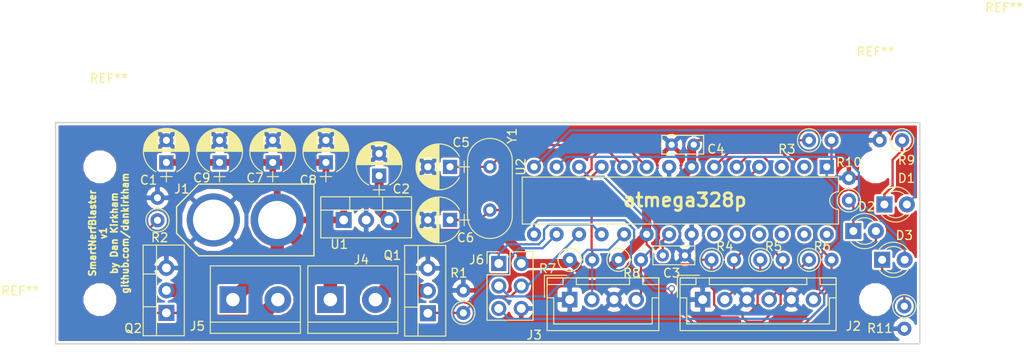
<source format=kicad_pcb>
(kicad_pcb (version 20171130) (host pcbnew "(5.0.1-3-g963ef8bb5)")
  (title_block (title SmartNerfBlaster) (date 2019-03-04) (rev v1) (company "Dan Kirkham") (comment 1 github.com/dankirkham))
  (layers (0 F.Cu signal) (31 B.Cu signal) (34 B.Paste user) (35 F.Paste user) (36 B.SilkS user) (37 F.SilkS user) (38 B.Mask user) (39 F.Mask user) (44 Edge.Cuts user))
  (net 0 "")
  (net 1 GND)
  (net 2 +BATT)
  (net 3 +5V)
  (net 4 "Net-(C3-Pad1)")
  (net 5 "Net-(C6-Pad1)")
  (net 6 /Pusher_Reset)
  (net 7 /Flywheel_Button)
  (net 8 /Trigger)
  (net 9 /Magazine)
  (net 10 /Door)
  (net 11 /Pusher_Power)
  (net 12 /Flywheel_Power)
  (net 13 /Reset)
  (net 14 /Flywheel)
  (net 15 "Net-(J6-Pad3)")
  (net 16 "Net-(J6-Pad1)")
  (net 17 /Pusher)
  (net 18 "Net-(U2-Pad28)")
  (net 19 "Net-(U2-Pad27)")
  (net 20 "Net-(U2-Pad26)")
  (net 21 "Net-(U2-Pad25)")
  (net 22 "Net-(U2-Pad24)")
  (net 23 "Net-(U2-Pad23)")
  (net 24 "Net-(U2-Pad3)")
  (net 25 "Net-(U2-Pad2)")
  (net 26 "Net-(C5-Pad1)")
  (net 27 /LED1)
  (net 28 "Net-(D1-Pad1)")
  (net 29 "Net-(D2-Pad1)")
  (net 30 /LED2)
  (net 31 /LED3)
  (net 32 "Net-(D3-Pad1)")
  (module Mounting_Holes:MountingHole_3.2mm_M3 (layer F.Cu) (at 207.5 75)
    (fp_text reference REF** (at 0 -13) (layer F.SilkS))
    (fp_text value MountingHole_3.2mm_M3)
    (pad 1 np_thru_hole circle (at 0 0) (size 3.2 3.2) (drill 3.2) (layers *.Cu *.Mask))
  )
  (module Mounting_Holes:MountingHole_3.2mm_M3 (layer F.Cu) (at 207.5 90)
    (fp_text reference REF** (at 14.5 -33) (layer F.SilkS))
    (fp_text value MountingHole_3.2mm_M3)
    (pad 1 np_thru_hole circle (at 0 0) (size 3.2 3.2) (drill 3.2) (layers *.Cu *.Mask))
  )
  (module Mounting_Holes:MountingHole_3.2mm_M3 (layer F.Cu) (at 120 90)
    (fp_text reference REF** (at -9 -1) (layer F.SilkS))
    (fp_text value MountingHole_3.2mm_M3)
    (pad 1 np_thru_hole circle (at 0 0) (size 3.2 3.2) (drill 3.2) (layers *.Cu *.Mask))
  )
  (module Capacitors_THT:CP_Radial_D5.0mm_P2.50mm (layer F.Cu) (at 127.5 74.5 90)
    (fp_text reference C1 (at -2 -2 180) (layer F.SilkS))
    (fp_text value 100uF)
    (pad 2 thru_hole circle (at 2.5 0 90) (size 1.6 1.6) (drill 0.8) (layers *.Cu *.Mask) (net 1 GND))
    (pad 1 thru_hole rect (at 0 0 90) (size 1.6 1.6) (drill 0.8) (layers *.Cu *.Mask) (net 2 +BATT))
  )
  (module Capacitors_THT:CP_Radial_D5.0mm_P2.50mm (layer F.Cu) (at 151.5 76 90)
    (fp_text reference C2 (at -1.5 2.5 180) (layer F.SilkS))
    (fp_text value 270uF)
    (pad 1 thru_hole rect (at 0 0 90) (size 1.6 1.6) (drill 0.8) (layers *.Cu *.Mask) (net 3 +5V))
    (pad 2 thru_hole circle (at 2.5 0 90) (size 1.6 1.6) (drill 0.8) (layers *.Cu *.Mask) (net 1 GND))
  )
  (module Capacitors_THT:C_Rect_L4.6mm_W2.0mm_P2.50mm_MKS02_FKP02 (layer F.Cu) (at 183.5 85)
    (fp_text reference C3 (at 1 2) (layer F.SilkS))
    (fp_text value 100nF)
    (pad 1 thru_hole circle (at 0 0) (size 1.4 1.4) (drill 0.7) (layers *.Cu *.Mask) (net 4 "Net-(C3-Pad1)"))
    (pad 2 thru_hole circle (at 2.5 0) (size 1.4 1.4) (drill 0.7) (layers *.Cu *.Mask) (net 1 GND))
  )
  (module Capacitors_THT:C_Rect_L4.6mm_W2.0mm_P2.50mm_MKS02_FKP02 (layer F.Cu) (at 187 72.5 180)
    (fp_text reference C4 (at -2.5 -0.5 180) (layer F.SilkS))
    (fp_text value 100nF)
    (pad 2 thru_hole circle (at 2.5 0 180) (size 1.4 1.4) (drill 0.7) (layers *.Cu *.Mask) (net 1 GND))
    (pad 1 thru_hole circle (at 0 0 180) (size 1.4 1.4) (drill 0.7) (layers *.Cu *.Mask) (net 3 +5V))
  )
  (module Capacitors_THT:CP_Radial_D5.0mm_P2.50mm (layer F.Cu) (at 159.5 75 180)
    (fp_text reference C5 (at -1.25 2.75 180) (layer F.SilkS))
    (fp_text value 22uF)
    (pad 2 thru_hole circle (at 2.5 0 180) (size 1.6 1.6) (drill 0.8) (layers *.Cu *.Mask) (net 1 GND))
    (pad 1 thru_hole rect (at 0 0 180) (size 1.6 1.6) (drill 0.8) (layers *.Cu *.Mask) (net 26 "Net-(C5-Pad1)"))
  )
  (module Capacitors_THT:CP_Radial_D5.0mm_P2.50mm (layer F.Cu) (at 159.5 81 180)
    (fp_text reference C6 (at -1.75 -2 180) (layer F.SilkS))
    (fp_text value 22uF)
    (pad 1 thru_hole rect (at 0 0 180) (size 1.6 1.6) (drill 0.8) (layers *.Cu *.Mask) (net 5 "Net-(C6-Pad1)"))
    (pad 2 thru_hole circle (at 2.5 0 180) (size 1.6 1.6) (drill 0.8) (layers *.Cu *.Mask) (net 1 GND))
  )
  (module Capacitors_THT:CP_Radial_D5.0mm_P2.50mm (layer F.Cu) (at 139.5 74.5 90)
    (fp_text reference C7 (at -1.75 -2 180) (layer F.SilkS))
    (fp_text value 100uF)
    (pad 2 thru_hole circle (at 2.5 0 90) (size 1.6 1.6) (drill 0.8) (layers *.Cu *.Mask) (net 1 GND))
    (pad 1 thru_hole rect (at 0 0 90) (size 1.6 1.6) (drill 0.8) (layers *.Cu *.Mask) (net 2 +BATT))
  )
  (module Capacitors_THT:CP_Radial_D5.0mm_P2.50mm (layer F.Cu) (at 145.5 74.5 90)
    (fp_text reference C8 (at -2 -2 180) (layer F.SilkS))
    (fp_text value 100uF)
    (pad 1 thru_hole rect (at 0 0 90) (size 1.6 1.6) (drill 0.8) (layers *.Cu *.Mask) (net 2 +BATT))
    (pad 2 thru_hole circle (at 2.5 0 90) (size 1.6 1.6) (drill 0.8) (layers *.Cu *.Mask) (net 1 GND))
  )
  (module Capacitors_THT:CP_Radial_D5.0mm_P2.50mm (layer F.Cu) (at 133.5 74.5 90)
    (fp_text reference C9 (at -1.75 -2 180) (layer F.SilkS))
    (fp_text value 100uF)
    (pad 2 thru_hole circle (at 2.5 0 90) (size 1.6 1.6) (drill 0.8) (layers *.Cu *.Mask) (net 1 GND))
    (pad 1 thru_hole rect (at 0 0 90) (size 1.6 1.6) (drill 0.8) (layers *.Cu *.Mask) (net 2 +BATT))
  )
  (module NerfPlasterFootprints:XT-60 (layer F.Cu) (at 140 81 270)
    (fp_text reference J1 (at -3.5 10.75) (layer F.SilkS))
    (fp_text value Conn_01x02_Male)
    (pad 1 thru_hole circle (at 0 0 270) (size 6 6) (drill 4.3) (layers *.Cu *.Mask) (net 2 +BATT))
    (pad 2 thru_hole circle (at 0 7.2 270) (size 6 6) (drill 4.6) (layers *.Cu *.Mask) (net 1 GND))
  )
  (module Connectors_JST:JST_XH_B06B-XH-A_06x2.50mm_Straight (layer F.Cu) (at 188 90)
    (fp_text reference J2 (at 17 3) (layer F.SilkS))
    (fp_text value Conn_01x06_Male)
    (pad 6 thru_hole circle (at 12.5 0) (size 1.75 1.75) (drill 1) (layers *.Cu *.Mask) (net 6 /Pusher_Reset))
    (pad 5 thru_hole circle (at 10 0) (size 1.75 1.75) (drill 1) (layers *.Cu *.Mask) (net 1 GND))
    (pad 4 thru_hole circle (at 7.5 0) (size 1.75 1.75) (drill 1) (layers *.Cu *.Mask) (net 7 /Flywheel_Button))
    (pad 3 thru_hole circle (at 5 0) (size 1.75 1.75) (drill 1) (layers *.Cu *.Mask) (net 1 GND))
    (pad 2 thru_hole circle (at 2.5 0) (size 1.75 1.75) (drill 1) (layers *.Cu *.Mask) (net 8 /Trigger))
    (pad 1 thru_hole rect (at 0 0) (size 1.75 1.75) (drill 1) (layers *.Cu *.Mask) (net 1 GND))
  )
  (module Connectors_JST:JST_XH_B04B-XH-A_04x2.50mm_Straight (layer F.Cu) (at 173 90)
    (fp_text reference J3 (at -4 4) (layer F.SilkS))
    (fp_text value Conn_01x04_Male)
    (pad 4 thru_hole circle (at 7.5 0) (size 1.75 1.75) (drill 1) (layers *.Cu *.Mask) (net 9 /Magazine))
    (pad 3 thru_hole circle (at 5 0) (size 1.75 1.75) (drill 1) (layers *.Cu *.Mask) (net 1 GND))
    (pad 2 thru_hole circle (at 2.5 0) (size 1.75 1.75) (drill 1) (layers *.Cu *.Mask) (net 10 /Door))
    (pad 1 thru_hole rect (at 0 0) (size 1.75 1.75) (drill 1) (layers *.Cu *.Mask) (net 1 GND))
  )
  (module Connectors_Terminal_Blocks:TerminalBlock_bornier-2_P5.08mm (layer F.Cu) (at 146 90)
    (fp_text reference J4 (at 3.5 -4.5) (layer F.SilkS))
    (fp_text value Screw_Terminal_01x02)
    (pad 2 thru_hole circle (at 5.08 0) (size 3 3) (drill 1.52) (layers *.Cu *.Mask) (net 11 /Pusher_Power))
    (pad 1 thru_hole rect (at 0 0) (size 3 3) (drill 1.52) (layers *.Cu *.Mask) (net 2 +BATT))
  )
  (module Connectors_Terminal_Blocks:TerminalBlock_bornier-2_P5.08mm (layer F.Cu) (at 135 90)
    (fp_text reference J5 (at -4 3) (layer F.SilkS))
    (fp_text value Screw_Terminal_01x02)
    (pad 1 thru_hole rect (at 0 0) (size 3 3) (drill 1.52) (layers *.Cu *.Mask) (net 2 +BATT))
    (pad 2 thru_hole circle (at 5.08 0) (size 3 3) (drill 1.52) (layers *.Cu *.Mask) (net 12 /Flywheel_Power))
  )
  (module Pin_Headers:Pin_Header_Straight_2x03_Pitch2.54mm (layer F.Cu) (at 165 85.92)
    (fp_text reference J6 (at -2.5 -0.42) (layer F.SilkS))
    (fp_text value Conn_02x03_Odd_Even)
    (pad 6 thru_hole oval (at 2.54 5.08) (size 1.7 1.7) (drill 1) (layers *.Cu *.Mask) (net 1 GND))
    (pad 5 thru_hole oval (at 0 5.08) (size 1.7 1.7) (drill 1) (layers *.Cu *.Mask) (net 13 /Reset))
    (pad 4 thru_hole oval (at 2.54 2.54) (size 1.7 1.7) (drill 1) (layers *.Cu *.Mask) (net 14 /Flywheel))
    (pad 3 thru_hole oval (at 0 2.54) (size 1.7 1.7) (drill 1) (layers *.Cu *.Mask) (net 15 "Net-(J6-Pad3)"))
    (pad 2 thru_hole oval (at 2.54 0) (size 1.7 1.7) (drill 1) (layers *.Cu *.Mask) (net 3 +5V))
    (pad 1 thru_hole rect (at 0 0) (size 1.7 1.7) (drill 1) (layers *.Cu *.Mask) (net 16 "Net-(J6-Pad1)"))
  )
  (module TO_SOT_Packages_THT:TO-220-3_Vertical (layer F.Cu) (at 157 91.54 90)
    (fp_text reference Q1 (at 6.54 -4 180) (layer F.SilkS))
    (fp_text value FQP30N06L)
    (pad 1 thru_hole rect (at 0 0 90) (size 1.8 1.8) (drill 1) (layers *.Cu *.Mask) (net 17 /Pusher))
    (pad 2 thru_hole oval (at 2.54 0 90) (size 1.8 1.8) (drill 1) (layers *.Cu *.Mask) (net 11 /Pusher_Power))
    (pad 3 thru_hole oval (at 5.08 0 90) (size 1.8 1.8) (drill 1) (layers *.Cu *.Mask) (net 1 GND))
  )
  (module TO_SOT_Packages_THT:TO-220-3_Vertical (layer F.Cu) (at 127.5 91.5 90)
    (fp_text reference Q2 (at -1.75 -3.75 180) (layer F.SilkS))
    (fp_text value FQP30N06L)
    (pad 3 thru_hole oval (at 5.08 0 90) (size 1.8 1.8) (drill 1) (layers *.Cu *.Mask) (net 1 GND))
    (pad 2 thru_hole oval (at 2.54 0 90) (size 1.8 1.8) (drill 1) (layers *.Cu *.Mask) (net 12 /Flywheel_Power))
    (pad 1 thru_hole rect (at 0 0 90) (size 1.8 1.8) (drill 1) (layers *.Cu *.Mask) (net 14 /Flywheel))
  )
  (module Resistors_THT:R_Axial_DIN0207_L6.3mm_D2.5mm_P2.54mm_Vertical (layer F.Cu) (at 161 91.5 90)
    (fp_text reference R1 (at 4.5 -0.5 180) (layer F.SilkS))
    (fp_text value 6.8k)
    (pad 2 thru_hole oval (at 2.54 0 90) (size 1.6 1.6) (drill 0.8) (layers *.Cu *.Mask) (net 1 GND))
    (pad 1 thru_hole circle (at 0 0 90) (size 1.6 1.6) (drill 0.8) (layers *.Cu *.Mask) (net 17 /Pusher))
  )
  (module Resistors_THT:R_Axial_DIN0207_L6.3mm_D2.5mm_P2.54mm_Vertical (layer F.Cu) (at 126.5 81.04 90)
    (fp_text reference R2 (at -1.96 0.25 180) (layer F.SilkS))
    (fp_text value 6.8k)
    (pad 1 thru_hole circle (at 0 0 90) (size 1.6 1.6) (drill 0.8) (layers *.Cu *.Mask) (net 14 /Flywheel))
    (pad 2 thru_hole oval (at 2.54 0 90) (size 1.6 1.6) (drill 0.8) (layers *.Cu *.Mask) (net 1 GND))
  )
  (module Resistors_THT:R_Axial_DIN0207_L6.3mm_D2.5mm_P2.54mm_Vertical (layer F.Cu) (at 200 72)
    (fp_text reference R3 (at -2.5 1) (layer F.SilkS))
    (fp_text value 10k)
    (pad 1 thru_hole circle (at 0 0) (size 1.6 1.6) (drill 0.8) (layers *.Cu *.Mask) (net 3 +5V))
    (pad 2 thru_hole oval (at 2.54 0) (size 1.6 1.6) (drill 0.8) (layers *.Cu *.Mask) (net 13 /Reset))
  )
  (module Resistors_THT:R_Axial_DIN0207_L6.3mm_D2.5mm_P2.54mm_Vertical (layer F.Cu) (at 189 85.5)
    (fp_text reference R4 (at 1.5 -1.5) (layer F.SilkS))
    (fp_text value 10k)
    (pad 2 thru_hole oval (at 2.54 0) (size 1.6 1.6) (drill 0.8) (layers *.Cu *.Mask) (net 8 /Trigger))
    (pad 1 thru_hole circle (at 0 0) (size 1.6 1.6) (drill 0.8) (layers *.Cu *.Mask) (net 3 +5V))
  )
  (module Resistors_THT:R_Axial_DIN0207_L6.3mm_D2.5mm_P2.54mm_Vertical (layer F.Cu) (at 194.5 85.5)
    (fp_text reference R5 (at 1.5 -1.5) (layer F.SilkS))
    (fp_text value 10k)
    (pad 1 thru_hole circle (at 0 0) (size 1.6 1.6) (drill 0.8) (layers *.Cu *.Mask) (net 3 +5V))
    (pad 2 thru_hole oval (at 2.54 0) (size 1.6 1.6) (drill 0.8) (layers *.Cu *.Mask) (net 7 /Flywheel_Button))
  )
  (module Resistors_THT:R_Axial_DIN0207_L6.3mm_D2.5mm_P2.54mm_Vertical (layer F.Cu) (at 200 85.5)
    (fp_text reference R6 (at 1.5 -1.5) (layer F.SilkS))
    (fp_text value 10k)
    (pad 2 thru_hole oval (at 2.54 0) (size 1.6 1.6) (drill 0.8) (layers *.Cu *.Mask) (net 6 /Pusher_Reset))
    (pad 1 thru_hole circle (at 0 0) (size 1.6 1.6) (drill 0.8) (layers *.Cu *.Mask) (net 3 +5V))
  )
  (module Resistors_THT:R_Axial_DIN0207_L6.3mm_D2.5mm_P2.54mm_Vertical (layer F.Cu) (at 173 85.5)
    (fp_text reference R7 (at -2.5 1) (layer F.SilkS))
    (fp_text value 10k)
    (pad 1 thru_hole circle (at 0 0) (size 1.6 1.6) (drill 0.8) (layers *.Cu *.Mask) (net 3 +5V))
    (pad 2 thru_hole oval (at 2.54 0) (size 1.6 1.6) (drill 0.8) (layers *.Cu *.Mask) (net 10 /Door))
  )
  (module Resistors_THT:R_Axial_DIN0207_L6.3mm_D2.5mm_P2.54mm_Vertical (layer F.Cu) (at 178.5 85.5)
    (fp_text reference R8 (at 1.5 1.5) (layer F.SilkS))
    (fp_text value 10k)
    (pad 2 thru_hole oval (at 2.54 0) (size 1.6 1.6) (drill 0.8) (layers *.Cu *.Mask) (net 9 /Magazine))
    (pad 1 thru_hole circle (at 0 0) (size 1.6 1.6) (drill 0.8) (layers *.Cu *.Mask) (net 3 +5V))
  )
  (module TO_SOT_Packages_THT:TO-220-3_Vertical (layer F.Cu) (at 147.5 81)
    (fp_text reference U1 (at -0.5 2.75) (layer F.SilkS))
    (fp_text value L7805)
    (pad 3 thru_hole oval (at 5.08 0) (size 1.8 1.8) (drill 1) (layers *.Cu *.Mask) (net 3 +5V))
    (pad 2 thru_hole oval (at 2.54 0) (size 1.8 1.8) (drill 1) (layers *.Cu *.Mask) (net 1 GND))
    (pad 1 thru_hole rect (at 0 0) (size 1.8 1.8) (drill 1) (layers *.Cu *.Mask) (net 2 +BATT))
  )
  (module Housings_DIP:DIP-28_W7.62mm (layer F.Cu) (at 202 75 270)
    (fp_text reference U2 (at 0 34.5 270) (layer F.SilkS))
    (fp_text value ATmega328P-PU)
    (pad 28 thru_hole oval (at 7.62 0 270) (size 1.6 1.6) (drill 0.8) (layers *.Cu *.Mask) (net 18 "Net-(U2-Pad28)"))
    (pad 14 thru_hole oval (at 0 33.02 270) (size 1.6 1.6) (drill 0.8) (layers *.Cu *.Mask) (net 27 /LED1))
    (pad 27 thru_hole oval (at 7.62 2.54 270) (size 1.6 1.6) (drill 0.8) (layers *.Cu *.Mask) (net 19 "Net-(U2-Pad27)"))
    (pad 13 thru_hole oval (at 0 30.48 270) (size 1.6 1.6) (drill 0.8) (layers *.Cu *.Mask) (net 31 /LED3))
    (pad 26 thru_hole oval (at 7.62 5.08 270) (size 1.6 1.6) (drill 0.8) (layers *.Cu *.Mask) (net 20 "Net-(U2-Pad26)"))
    (pad 12 thru_hole oval (at 0 27.94 270) (size 1.6 1.6) (drill 0.8) (layers *.Cu *.Mask) (net 9 /Magazine))
    (pad 25 thru_hole oval (at 7.62 7.62 270) (size 1.6 1.6) (drill 0.8) (layers *.Cu *.Mask) (net 21 "Net-(U2-Pad25)"))
    (pad 11 thru_hole oval (at 0 25.4 270) (size 1.6 1.6) (drill 0.8) (layers *.Cu *.Mask) (net 10 /Door))
    (pad 24 thru_hole oval (at 7.62 10.16 270) (size 1.6 1.6) (drill 0.8) (layers *.Cu *.Mask) (net 22 "Net-(U2-Pad24)"))
    (pad 10 thru_hole oval (at 0 22.86 270) (size 1.6 1.6) (drill 0.8) (layers *.Cu *.Mask) (net 5 "Net-(C6-Pad1)"))
    (pad 23 thru_hole oval (at 7.62 12.7 270) (size 1.6 1.6) (drill 0.8) (layers *.Cu *.Mask) (net 23 "Net-(U2-Pad23)"))
    (pad 9 thru_hole oval (at 0 20.32 270) (size 1.6 1.6) (drill 0.8) (layers *.Cu *.Mask) (net 26 "Net-(C5-Pad1)"))
    (pad 22 thru_hole oval (at 7.62 15.24 270) (size 1.6 1.6) (drill 0.8) (layers *.Cu *.Mask) (net 1 GND))
    (pad 8 thru_hole oval (at 0 17.78 270) (size 1.6 1.6) (drill 0.8) (layers *.Cu *.Mask) (net 1 GND))
    (pad 21 thru_hole oval (at 7.62 17.78 270) (size 1.6 1.6) (drill 0.8) (layers *.Cu *.Mask) (net 4 "Net-(C3-Pad1)"))
    (pad 7 thru_hole oval (at 0 15.24 270) (size 1.6 1.6) (drill 0.8) (layers *.Cu *.Mask) (net 3 +5V))
    (pad 20 thru_hole oval (at 7.62 20.32 270) (size 1.6 1.6) (drill 0.8) (layers *.Cu *.Mask) (net 3 +5V))
    (pad 6 thru_hole oval (at 0 12.7 270) (size 1.6 1.6) (drill 0.8) (layers *.Cu *.Mask) (net 6 /Pusher_Reset))
    (pad 19 thru_hole oval (at 7.62 22.86 270) (size 1.6 1.6) (drill 0.8) (layers *.Cu *.Mask) (net 15 "Net-(J6-Pad3)"))
    (pad 5 thru_hole oval (at 0 10.16 270) (size 1.6 1.6) (drill 0.8) (layers *.Cu *.Mask) (net 7 /Flywheel_Button))
    (pad 18 thru_hole oval (at 7.62 25.4 270) (size 1.6 1.6) (drill 0.8) (layers *.Cu *.Mask) (net 16 "Net-(J6-Pad1)"))
    (pad 4 thru_hole oval (at 0 7.62 270) (size 1.6 1.6) (drill 0.8) (layers *.Cu *.Mask) (net 8 /Trigger))
    (pad 17 thru_hole oval (at 7.62 27.94 270) (size 1.6 1.6) (drill 0.8) (layers *.Cu *.Mask) (net 14 /Flywheel))
    (pad 3 thru_hole oval (at 0 5.08 270) (size 1.6 1.6) (drill 0.8) (layers *.Cu *.Mask) (net 24 "Net-(U2-Pad3)"))
    (pad 16 thru_hole oval (at 7.62 30.48 270) (size 1.6 1.6) (drill 0.8) (layers *.Cu *.Mask) (net 17 /Pusher))
    (pad 2 thru_hole oval (at 0 2.54 270) (size 1.6 1.6) (drill 0.8) (layers *.Cu *.Mask) (net 25 "Net-(U2-Pad2)"))
    (pad 15 thru_hole oval (at 7.62 33.02 270) (size 1.6 1.6) (drill 0.8) (layers *.Cu *.Mask) (net 30 /LED2))
    (pad 1 thru_hole rect (at 0 0 270) (size 1.6 1.6) (drill 0.8) (layers *.Cu *.Mask) (net 13 /Reset))
  )
  (module Crystals:Crystal_HC49-U_Vertical (layer F.Cu) (at 164 75 270)
    (fp_text reference Y1 (at -3.5 -2.5 270) (layer F.SilkS))
    (fp_text value Crystal)
    (pad 2 thru_hole circle (at 4.88 0 270) (size 1.5 1.5) (drill 0.8) (layers *.Cu *.Mask) (net 5 "Net-(C6-Pad1)"))
    (pad 1 thru_hole circle (at 0 0 270) (size 1.5 1.5) (drill 0.8) (layers *.Cu *.Mask) (net 26 "Net-(C5-Pad1)"))
  )
  (module Mounting_Holes:MountingHole_3.2mm_M3 (layer F.Cu) (at 120 75)
    (fp_text reference REF** (at 1 -10) (layer F.SilkS))
    (fp_text value MountingHole_3.2mm_M3)
    (pad 1 np_thru_hole circle (at 0 0) (size 3.2 3.2) (drill 3.2) (layers *.Cu *.Mask))
  )
  (module LEDs:LED_D3.0mm (layer F.Cu) (at 208.5 79.25)
    (fp_text reference D1 (at 2.5 -2.96) (layer F.SilkS))
    (fp_text value LED)
    (pad 2 thru_hole circle (at 2.54 0) (size 1.8 1.8) (drill 0.9) (layers *.Cu *.Mask) (net 27 /LED1))
    (pad 1 thru_hole rect (at 0 0) (size 1.8 1.8) (drill 0.9) (layers *.Cu *.Mask) (net 28 "Net-(D1-Pad1)"))
  )
  (module LEDs:LED_D3.0mm (layer F.Cu) (at 205 82.25)
    (fp_text reference D2 (at 1.5 -2.75) (layer F.SilkS))
    (fp_text value LED)
    (pad 1 thru_hole rect (at 0 0) (size 1.8 1.8) (drill 0.9) (layers *.Cu *.Mask) (net 29 "Net-(D2-Pad1)"))
    (pad 2 thru_hole circle (at 2.54 0) (size 1.8 1.8) (drill 0.9) (layers *.Cu *.Mask) (net 30 /LED2))
  )
  (module LEDs:LED_D3.0mm (layer F.Cu) (at 208.25 85.5)
    (fp_text reference D3 (at 2.5 -2.75) (layer F.SilkS))
    (fp_text value LED)
    (pad 2 thru_hole circle (at 2.54 0) (size 1.8 1.8) (drill 0.9) (layers *.Cu *.Mask) (net 31 /LED3))
    (pad 1 thru_hole rect (at 0 0) (size 1.8 1.8) (drill 0.9) (layers *.Cu *.Mask) (net 32 "Net-(D3-Pad1)"))
  )
  (module Resistors_THT:R_Axial_DIN0207_L6.3mm_D2.5mm_P2.54mm_Vertical (layer F.Cu) (at 210.5 72 180)
    (fp_text reference R9 (at -0.5 -2.25 180) (layer F.SilkS))
    (fp_text value 330)
    (pad 1 thru_hole circle (at 0 0 180) (size 1.6 1.6) (drill 0.8) (layers *.Cu *.Mask) (net 28 "Net-(D1-Pad1)"))
    (pad 2 thru_hole oval (at 2.54 0 180) (size 1.6 1.6) (drill 0.8) (layers *.Cu *.Mask) (net 1 GND))
  )
  (module Resistors_THT:R_Axial_DIN0207_L6.3mm_D2.5mm_P2.54mm_Vertical (layer F.Cu) (at 204.5 78.79 90)
    (fp_text reference R10 (at 4.29 0 180) (layer F.SilkS))
    (fp_text value 330)
    (pad 2 thru_hole oval (at 2.54 0 90) (size 1.6 1.6) (drill 0.8) (layers *.Cu *.Mask) (net 1 GND))
    (pad 1 thru_hole circle (at 0 0 90) (size 1.6 1.6) (drill 0.8) (layers *.Cu *.Mask) (net 29 "Net-(D2-Pad1)"))
  )
  (module Resistors_THT:R_Axial_DIN0207_L6.3mm_D2.5mm_P2.54mm_Vertical (layer F.Cu) (at 210.75 90.75 270)
    (fp_text reference R11 (at 2.5 2.75) (layer F.SilkS))
    (fp_text value 330)
    (pad 2 thru_hole oval (at 2.54 0 270) (size 1.6 1.6) (drill 0.8) (layers *.Cu *.Mask) (net 1 GND))
    (pad 1 thru_hole circle (at 0 0 270) (size 1.6 1.6) (drill 0.8) (layers *.Cu *.Mask) (net 32 "Net-(D3-Pad1)"))
  )
  (gr_text atmega328p (at 186 78.75) (layer F.SilkS) (effects (font (size 1.5 1.5) (thickness 0.3))))
  (gr_text "SmartNerfBlaster\nv1\nby Dan Kirkham\ngithub.com/dankirkham" (at 121 82.5 90) (layer F.SilkS) (effects (font (size 0.762 0.762) (thickness 0.1905))))
  (gr_line (start 212.5 70) (end 115 70) (layer Edge.Cuts) (width 0.15))
  (gr_line (start 212.5 95) (end 212.5 70) (layer Edge.Cuts) (width 0.15))
  (gr_line (start 115 95) (end 212.5 95) (layer Edge.Cuts) (width 0.15))
  (gr_line (start 115 70) (end 115 95) (layer Edge.Cuts) (width 0.15))
  (segment (start 140 85) (end 135 90) (width 1.524) (layer F.Cu) (net 2))
  (segment (start 140 81) (end 140 85) (width 1.524) (layer F.Cu) (net 2))
  (segment (start 146 87) (end 140 81) (width 1.524) (layer F.Cu) (net 2))
  (segment (start 146 90) (end 146 87) (width 1.524) (layer F.Cu) (net 2))
  (segment (start 139.5 76.25736) (end 139.5 74.5) (width 0.762) (layer F.Cu) (net 2))
  (segment (start 140 76.75736) (end 139.5 76.25736) (width 0.762) (layer F.Cu) (net 2))
  (segment (start 140 81) (end 140 76.75736) (width 0.762) (layer F.Cu) (net 2))
  (segment (start 127.5 74.5) (end 133.5 74.5) (width 0.762) (layer F.Cu) (net 2))
  (segment (start 133.5 74.5) (end 139.5 74.5) (width 0.762) (layer F.Cu) (net 2))
  (segment (start 139.5 74.5) (end 145.5 74.5) (width 0.762) (layer F.Cu) (net 2))
  (segment (start 145.5 77.338) (end 145.5 74.5) (width 0.762) (layer F.Cu) (net 2))
  (segment (start 147.5 79.338) (end 145.5 77.338) (width 0.762) (layer F.Cu) (net 2))
  (segment (start 147.5 81) (end 147.5 79.338) (width 0.762) (layer F.Cu) (net 2))
  (segment (start 147.5 81) (end 140 81) (width 0.762) (layer F.Cu) (net 2))
  (segment (start 151.5 79.92) (end 152.58 81) (width 1.016) (layer F.Cu) (net 3))
  (segment (start 151.5 76) (end 151.5 79.92) (width 1.016) (layer F.Cu) (net 3))
  (segment (start 167.54 84.717919) (end 167.54 85.92) (width 1.016) (layer F.Cu) (net 3))
  (segment (start 165.330082 82.508001) (end 167.54 84.717919) (width 1.016) (layer F.Cu) (net 3))
  (segment (start 154.088001 82.508001) (end 165.330082 82.508001) (width 1.016) (layer F.Cu) (net 3))
  (segment (start 152.58 81) (end 154.088001 82.508001) (width 1.016) (layer F.Cu) (net 3))
  (segment (start 172.58 85.92) (end 173 85.5) (width 1.016) (layer F.Cu) (net 3))
  (segment (start 167.54 85.92) (end 172.58 85.92) (width 1.016) (layer F.Cu) (net 3))
  (segment (start 176.991999 87.008001) (end 177.700001 86.299999) (width 1.016) (layer F.Cu) (net 3))
  (segment (start 174.508001 87.008001) (end 176.991999 87.008001) (width 1.016) (layer F.Cu) (net 3))
  (segment (start 177.700001 86.299999) (end 178.5 85.5) (width 1.016) (layer F.Cu) (net 3))
  (segment (start 173 85.5) (end 174.508001 87.008001) (width 1.016) (layer F.Cu) (net 3))
  (segment (start 178.8 85.5) (end 181.68 82.62) (width 1.016) (layer F.Cu) (net 3))
  (segment (start 178.5 85.5) (end 178.8 85.5) (width 1.016) (layer F.Cu) (net 3))
  (segment (start 181.68 80.08) (end 186.76 75) (width 1.016) (layer F.Cu) (net 3))
  (segment (start 181.68 82.62) (end 181.68 80.08) (width 1.016) (layer F.Cu) (net 3))
  (segment (start 186.76 72.74) (end 187 72.5) (width 1.016) (layer F.Cu) (net 3))
  (segment (start 186.76 75) (end 186.76 72.74) (width 1.016) (layer F.Cu) (net 3))
  (segment (start 187.5 72) (end 187 72.5) (width 0.254) (layer F.Cu) (net 3))
  (segment (start 200 72) (end 187.5 72) (width 0.254) (layer F.Cu) (net 3))
  (segment (start 189.297999 90.576961) (end 190.221038 91.5) (width 0.254) (layer F.Cu) (net 3))
  (segment (start 189.297999 88.959397) (end 189.297999 90.576961) (width 0.254) (layer F.Cu) (net 3))
  (segment (start 189 88.661398) (end 189.297999 88.959397) (width 0.254) (layer F.Cu) (net 3))
  (segment (start 189 85.5) (end 189 88.661398) (width 0.254) (layer F.Cu) (net 3))
  (segment (start 194.5 86.63137) (end 194.5 85.5) (width 0.254) (layer F.Cu) (net 3))
  (segment (start 194.202001 86.929369) (end 194.5 86.63137) (width 0.254) (layer F.Cu) (net 3))
  (segment (start 194.202001 90.576961) (end 194.202001 86.929369) (width 0.254) (layer F.Cu) (net 3))
  (segment (start 193.278962 91.5) (end 194.202001 90.576961) (width 0.254) (layer F.Cu) (net 3))
  (segment (start 192.5 91.5) (end 192.5 92) (width 0.254) (layer F.Cu) (net 3))
  (segment (start 190.221038 91.5) (end 192.5 91.5) (width 0.254) (layer F.Cu) (net 3))
  (segment (start 192.5 91.5) (end 193.278962 91.5) (width 0.254) (layer F.Cu) (net 3))
  (segment (start 192.5 92) (end 193 92.5) (width 0.254) (layer F.Cu) (net 3))
  (segment (start 199.200001 86.299999) (end 200 85.5) (width 0.254) (layer F.Cu) (net 3))
  (segment (start 196.797999 89.423039) (end 199.200001 87.021037) (width 0.254) (layer F.Cu) (net 3))
  (segment (start 199.200001 87.021037) (end 199.200001 86.299999) (width 0.254) (layer F.Cu) (net 3))
  (segment (start 196.797999 90.480963) (end 196.797999 89.423039) (width 0.254) (layer F.Cu) (net 3))
  (segment (start 194.778962 92.5) (end 196.797999 90.480963) (width 0.254) (layer F.Cu) (net 3))
  (segment (start 193 92.5) (end 194.778962 92.5) (width 0.254) (layer F.Cu) (net 3))
  (segment (start 183.007039 86.027001) (end 187.341629 86.027001) (width 0.254) (layer F.Cu) (net 3))
  (segment (start 187.341629 86.027001) (end 187.86863 85.5) (width 0.254) (layer F.Cu) (net 3))
  (segment (start 182.167001 85.186963) (end 183.007039 86.027001) (width 0.254) (layer F.Cu) (net 3))
  (segment (start 182.167001 84.238371) (end 182.167001 85.186963) (width 0.254) (layer F.Cu) (net 3))
  (segment (start 181.68 83.75137) (end 182.167001 84.238371) (width 0.254) (layer F.Cu) (net 3))
  (segment (start 187.86863 85.5) (end 189 85.5) (width 0.254) (layer F.Cu) (net 3))
  (segment (start 181.68 82.62) (end 181.68 83.75137) (width 0.254) (layer F.Cu) (net 3))
  (segment (start 183.5 83.34) (end 184.22 82.62) (width 0.254) (layer F.Cu) (net 4))
  (segment (start 183.5 85) (end 183.5 83.34) (width 0.254) (layer F.Cu) (net 4))
  (segment (start 175.472999 75.254963) (end 175.472999 74.027001) (width 0.254) (layer F.Cu) (net 5))
  (segment (start 170.847962 79.88) (end 175.472999 75.254963) (width 0.254) (layer F.Cu) (net 5))
  (segment (start 164 79.88) (end 170.847962 79.88) (width 0.254) (layer F.Cu) (net 5))
  (segment (start 175.472999 74.027001) (end 176.5 73) (width 0.254) (layer F.Cu) (net 5))
  (segment (start 176.5 73) (end 177.14 73) (width 0.254) (layer F.Cu) (net 5))
  (segment (start 177.14 73) (end 179.14 75) (width 0.254) (layer F.Cu) (net 5))
  (segment (start 163.250001 80.629999) (end 162.370001 80.629999) (width 0.254) (layer F.Cu) (net 5))
  (segment (start 164 79.88) (end 163.250001 80.629999) (width 0.254) (layer F.Cu) (net 5))
  (segment (start 162 81) (end 159.5 81) (width 0.254) (layer F.Cu) (net 5))
  (segment (start 162.370001 80.629999) (end 162 81) (width 0.254) (layer F.Cu) (net 5))
  (segment (start 202.54 87.96) (end 200.5 90) (width 0.254) (layer F.Cu) (net 6))
  (segment (start 202.54 85.5) (end 202.54 87.96) (width 0.254) (layer F.Cu) (net 6))
  (segment (start 190.099999 74.200001) (end 189.3 75) (width 0.254) (layer F.Cu) (net 6))
  (segment (start 190.881011 73.418989) (end 190.099999 74.200001) (width 0.254) (layer F.Cu) (net 6))
  (segment (start 197.006951 73.418989) (end 190.881011 73.418989) (width 0.254) (layer F.Cu) (net 6))
  (segment (start 198.047001 75.540961) (end 198.047001 74.459039) (width 0.254) (layer F.Cu) (net 6))
  (segment (start 198.047001 74.459039) (end 197.006951 73.418989) (width 0.254) (layer F.Cu) (net 6))
  (segment (start 200.587001 78.080961) (end 198.047001 75.540961) (width 0.254) (layer F.Cu) (net 6))
  (segment (start 200.587001 83.547001) (end 200.587001 78.080961) (width 0.254) (layer F.Cu) (net 6))
  (segment (start 202.54 85.5) (end 200.587001 83.547001) (width 0.254) (layer F.Cu) (net 6))
  (segment (start 197.04 88.46) (end 195.5 90) (width 0.254) (layer F.Cu) (net 7))
  (segment (start 197.04 85.5) (end 197.04 88.46) (width 0.254) (layer F.Cu) (net 7))
  (segment (start 192.967001 73.872999) (end 194.872999 73.872999) (width 0.254) (layer F.Cu) (net 7))
  (segment (start 191.84 75) (end 192.967001 73.872999) (width 0.254) (layer F.Cu) (net 7))
  (segment (start 196.240001 84.700001) (end 197.04 85.5) (width 0.254) (layer F.Cu) (net 7))
  (segment (start 195.792999 84.252999) (end 196.240001 84.700001) (width 0.254) (layer F.Cu) (net 7))
  (segment (start 195.792999 74.792999) (end 195.792999 84.252999) (width 0.254) (layer F.Cu) (net 7))
  (segment (start 194.872999 73.872999) (end 195.792999 74.792999) (width 0.254) (layer F.Cu) (net 7))
  (segment (start 191.54 88.96) (end 191.54 85.5) (width 0.254) (layer F.Cu) (net 8))
  (segment (start 190.5 90) (end 191.54 88.96) (width 0.254) (layer F.Cu) (net 8))
  (segment (start 193.252999 83.787001) (end 192.339999 84.700001) (width 0.254) (layer F.Cu) (net 8))
  (segment (start 192.339999 84.700001) (end 191.54 85.5) (width 0.254) (layer F.Cu) (net 8))
  (segment (start 193.252999 76.127001) (end 193.252999 83.787001) (width 0.254) (layer F.Cu) (net 8))
  (segment (start 194.38 75) (end 193.252999 76.127001) (width 0.254) (layer F.Cu) (net 8))
  (segment (start 181.04 89.46) (end 180.5 90) (width 0.254) (layer F.Cu) (net 9))
  (segment (start 181.04 85.5) (end 181.04 89.46) (width 0.254) (layer F.Cu) (net 9))
  (segment (start 182.807001 83.732999) (end 181.04 85.5) (width 0.254) (layer B.Cu) (net 9))
  (segment (start 182.807001 82.079039) (end 182.807001 83.732999) (width 0.254) (layer B.Cu) (net 9))
  (segment (start 176.854963 76.127001) (end 182.807001 82.079039) (width 0.254) (layer B.Cu) (net 9))
  (segment (start 175.187001 76.127001) (end 176.854963 76.127001) (width 0.254) (layer B.Cu) (net 9))
  (segment (start 174.06 75) (end 175.187001 76.127001) (width 0.254) (layer B.Cu) (net 9))
  (segment (start 175.472999 76.127001) (end 175.800001 75.799999) (width 0.254) (layer F.Cu) (net 10))
  (segment (start 175.472999 84.301629) (end 175.472999 76.127001) (width 0.254) (layer F.Cu) (net 10))
  (segment (start 175.54 84.36863) (end 175.472999 84.301629) (width 0.254) (layer F.Cu) (net 10))
  (segment (start 175.800001 75.799999) (end 176.6 75) (width 0.254) (layer F.Cu) (net 10))
  (segment (start 175.54 85.5) (end 175.54 84.36863) (width 0.254) (layer F.Cu) (net 10))
  (segment (start 175.54 89.96) (end 175.5 90) (width 0.254) (layer B.Cu) (net 10))
  (segment (start 175.54 85.5) (end 175.54 89.96) (width 0.254) (layer B.Cu) (net 10))
  (segment (start 152.08 89) (end 157 89) (width 1.524) (layer F.Cu) (net 11))
  (segment (start 151.08 90) (end 152.08 89) (width 1.524) (layer F.Cu) (net 11))
  (segment (start 128.772792 88.96) (end 127.5 88.96) (width 1.524) (layer F.Cu) (net 12))
  (segment (start 137.617999 92.462001) (end 132.274793 92.462001) (width 1.524) (layer F.Cu) (net 12))
  (segment (start 132.274793 92.462001) (end 128.772792 88.96) (width 1.524) (layer F.Cu) (net 12))
  (segment (start 140.08 90) (end 137.617999 92.462001) (width 1.524) (layer F.Cu) (net 12))
  (segment (start 202.54 74.46) (end 202 75) (width 0.254) (layer F.Cu) (net 13))
  (segment (start 202.54 72) (end 202.54 74.46) (width 0.254) (layer F.Cu) (net 13))
  (segment (start 203.127001 77.181001) (end 202 76.054) (width 0.254) (layer B.Cu) (net 13))
  (segment (start 203.127001 83.160961) (end 203.127001 77.181001) (width 0.254) (layer B.Cu) (net 13))
  (segment (start 201.127001 85.160961) (end 203.127001 83.160961) (width 0.254) (layer B.Cu) (net 13))
  (segment (start 201.702001 89.423039) (end 201.127001 88.848039) (width 0.254) (layer B.Cu) (net 13))
  (segment (start 202 76.054) (end 202 75) (width 0.254) (layer B.Cu) (net 13))
  (segment (start 201.702001 90.576961) (end 201.702001 89.423039) (width 0.254) (layer B.Cu) (net 13))
  (segment (start 201.127001 88.848039) (end 201.127001 85.160961) (width 0.254) (layer B.Cu) (net 13))
  (segment (start 166.177001 92.177001) (end 200.101961 92.177001) (width 0.254) (layer B.Cu) (net 13))
  (segment (start 200.101961 92.177001) (end 201.702001 90.576961) (width 0.254) (layer B.Cu) (net 13))
  (segment (start 165 91) (end 166.177001 92.177001) (width 0.254) (layer B.Cu) (net 13))
  (segment (start 125.700001 81.839999) (end 126.5 81.04) (width 0.254) (layer F.Cu) (net 14))
  (segment (start 125.700001 90.854001) (end 125.700001 81.839999) (width 0.254) (layer F.Cu) (net 14))
  (segment (start 126.346 91.5) (end 125.700001 90.854001) (width 0.254) (layer F.Cu) (net 14))
  (segment (start 127.5 91.5) (end 126.346 91.5) (width 0.254) (layer F.Cu) (net 14))
  (segment (start 168.22 88.46) (end 167.54 88.46) (width 0.254) (layer B.Cu) (net 14))
  (segment (start 174.06 82.62) (end 168.22 88.46) (width 0.254) (layer B.Cu) (net 14))
  (segment (start 164.530961 89.637001) (end 160.167962 94) (width 0.254) (layer F.Cu) (net 14))
  (segment (start 166.362999 89.637001) (end 164.530961 89.637001) (width 0.254) (layer F.Cu) (net 14))
  (segment (start 167.54 88.46) (end 166.362999 89.637001) (width 0.254) (layer F.Cu) (net 14))
  (segment (start 128.654 91.5) (end 127.5 91.5) (width 0.254) (layer F.Cu) (net 14))
  (segment (start 131.154 94) (end 128.654 91.5) (width 0.254) (layer F.Cu) (net 14))
  (segment (start 160.167962 94) (end 131.154 94) (width 0.254) (layer F.Cu) (net 14))
  (segment (start 166.177001 89.637001) (end 165.849999 89.309999) (width 0.254) (layer B.Cu) (net 15))
  (segment (start 170.530961 89.637001) (end 166.177001 89.637001) (width 0.254) (layer B.Cu) (net 15))
  (segment (start 174.412999 85.754963) (end 170.530961 89.637001) (width 0.254) (layer B.Cu) (net 15))
  (segment (start 174.412999 84.959039) (end 174.412999 85.754963) (width 0.254) (layer B.Cu) (net 15))
  (segment (start 174.999039 84.372999) (end 174.412999 84.959039) (width 0.254) (layer B.Cu) (net 15))
  (segment (start 165.849999 89.309999) (end 165 88.46) (width 0.254) (layer B.Cu) (net 15))
  (segment (start 177.387001 84.372999) (end 174.999039 84.372999) (width 0.254) (layer B.Cu) (net 15))
  (segment (start 179.14 82.62) (end 177.387001 84.372999) (width 0.254) (layer B.Cu) (net 15))
  (segment (start 165 84.816) (end 165 85.92) (width 0.254) (layer B.Cu) (net 16))
  (segment (start 169.520961 83.747001) (end 166.068999 83.747001) (width 0.254) (layer B.Cu) (net 16))
  (segment (start 166.068999 83.747001) (end 165 84.816) (width 0.254) (layer B.Cu) (net 16))
  (segment (start 170.107001 83.160961) (end 169.520961 83.747001) (width 0.254) (layer B.Cu) (net 16))
  (segment (start 170.107001 82.079039) (end 170.107001 83.160961) (width 0.254) (layer B.Cu) (net 16))
  (segment (start 170.693041 81.492999) (end 170.107001 82.079039) (width 0.254) (layer B.Cu) (net 16))
  (segment (start 175.472999 81.492999) (end 170.693041 81.492999) (width 0.254) (layer B.Cu) (net 16))
  (segment (start 176.6 82.62) (end 175.472999 81.492999) (width 0.254) (layer B.Cu) (net 16))
  (segment (start 157.04 91.5) (end 157 91.54) (width 0.254) (layer F.Cu) (net 17))
  (segment (start 161 91.5) (end 157.04 91.5) (width 0.254) (layer F.Cu) (net 17))
  (segment (start 161.799999 90.700001) (end 161 91.5) (width 0.254) (layer B.Cu) (net 17))
  (segment (start 161.799999 89.918039) (end 161.799999 90.700001) (width 0.254) (layer B.Cu) (net 17))
  (segment (start 164.435039 87.282999) (end 161.799999 89.918039) (width 0.254) (layer B.Cu) (net 17))
  (segment (start 166.177001 85.322999) (end 166.177001 87.031601) (width 0.254) (layer B.Cu) (net 17))
  (segment (start 167.298989 84.201011) (end 166.177001 85.322999) (width 0.254) (layer B.Cu) (net 17))
  (segment (start 165.925603 87.282999) (end 164.435039 87.282999) (width 0.254) (layer B.Cu) (net 17))
  (segment (start 166.177001 87.031601) (end 165.925603 87.282999) (width 0.254) (layer B.Cu) (net 17))
  (segment (start 169.938989 84.201011) (end 167.298989 84.201011) (width 0.254) (layer B.Cu) (net 17))
  (segment (start 171.52 82.62) (end 169.938989 84.201011) (width 0.254) (layer B.Cu) (net 17))
  (segment (start 179.22599 72.54599) (end 180.880001 74.200001) (width 0.254) (layer F.Cu) (net 26))
  (segment (start 180.880001 74.200001) (end 181.68 75) (width 0.254) (layer F.Cu) (net 26))
  (segment (start 166.45401 72.54599) (end 179.22599 72.54599) (width 0.254) (layer F.Cu) (net 26))
  (segment (start 164 75) (end 166.45401 72.54599) (width 0.254) (layer F.Cu) (net 26))
  (segment (start 164 75) (end 159.5 75) (width 0.254) (layer F.Cu) (net 26))
  (segment (start 211.939999 78.350001) (end 211.04 79.25) (width 0.254) (layer B.Cu) (net 27))
  (segment (start 211.939999 71.772037) (end 211.939999 78.350001) (width 0.254) (layer B.Cu) (net 27))
  (segment (start 211.040961 70.872999) (end 211.939999 71.772037) (width 0.254) (layer B.Cu) (net 27))
  (segment (start 173.107001 70.872999) (end 211.040961 70.872999) (width 0.254) (layer B.Cu) (net 27))
  (segment (start 168.98 75) (end 173.107001 70.872999) (width 0.254) (layer B.Cu) (net 27))
  (segment (start 208.5 78.096) (end 208.5 79.25) (width 0.254) (layer F.Cu) (net 28))
  (segment (start 209.427001 77.168999) (end 208.5 78.096) (width 0.254) (layer F.Cu) (net 28))
  (segment (start 209.427001 74.204369) (end 209.427001 77.168999) (width 0.254) (layer F.Cu) (net 28))
  (segment (start 210.5 73.13137) (end 209.427001 74.204369) (width 0.254) (layer F.Cu) (net 28))
  (segment (start 210.5 72) (end 210.5 73.13137) (width 0.254) (layer F.Cu) (net 28))
  (segment (start 205 79.29) (end 204.5 78.79) (width 0.254) (layer F.Cu) (net 29))
  (segment (start 205 82.25) (end 205 79.29) (width 0.254) (layer F.Cu) (net 29))
  (via (at 184.5 88.75) (size 0.762) (drill 0.508) (layers F.Cu B.Cu) (net 30))
  (segment (start 199.324952 92.95401) (end 187.20401 92.95401) (width 0.254) (layer F.Cu) (net 30))
  (segment (start 201.702001 90.576961) (end 199.324952 92.95401) (width 0.254) (layer F.Cu) (net 30))
  (segment (start 207.54 83.602067) (end 201.702001 89.440066) (width 0.254) (layer F.Cu) (net 30))
  (segment (start 201.702001 89.440066) (end 201.702001 90.576961) (width 0.254) (layer F.Cu) (net 30))
  (segment (start 207.54 82.25) (end 207.54 83.602067) (width 0.254) (layer F.Cu) (net 30))
  (segment (start 187.20401 92.95401) (end 184.5 90.25) (width 0.254) (layer F.Cu) (net 30))
  (segment (start 184.5 90.25) (end 184.5 89.267501) (width 0.254) (layer F.Cu) (net 30))
  (segment (start 184.5 89.267501) (end 184.5 88.75) (width 0.254) (layer F.Cu) (net 30))
  (segment (start 168.98 81.48863) (end 168.98 82.62) (width 0.254) (layer B.Cu) (net 30))
  (segment (start 169.429641 81.038989) (end 168.98 81.48863) (width 0.254) (layer B.Cu) (net 30))
  (segment (start 180.267001 83.160961) (end 180.267001 82.079039) (width 0.254) (layer B.Cu) (net 30))
  (segment (start 180.267001 82.079039) (end 179.226951 81.038989) (width 0.254) (layer B.Cu) (net 30))
  (segment (start 179.912999 83.514963) (end 180.267001 83.160961) (width 0.254) (layer B.Cu) (net 30))
  (segment (start 182.622038 88.75) (end 179.912999 86.040961) (width 0.254) (layer B.Cu) (net 30))
  (segment (start 179.226951 81.038989) (end 169.429641 81.038989) (width 0.254) (layer B.Cu) (net 30))
  (segment (start 179.912999 86.040961) (end 179.912999 83.514963) (width 0.254) (layer B.Cu) (net 30))
  (segment (start 184.5 88.75) (end 182.622038 88.75) (width 0.254) (layer B.Cu) (net 30))
  (segment (start 205.627001 75.627001) (end 205.627001 78.765603) (width 0.254) (layer B.Cu) (net 31))
  (segment (start 203.872999 73.872999) (end 205.627001 75.627001) (width 0.254) (layer B.Cu) (net 31))
  (segment (start 172.647001 73.872999) (end 203.872999 73.872999) (width 0.254) (layer B.Cu) (net 31))
  (segment (start 171.52 75) (end 172.647001 73.872999) (width 0.254) (layer B.Cu) (net 31))
  (segment (start 210.79 84.227208) (end 210.79 85.5) (width 0.254) (layer B.Cu) (net 31))
  (segment (start 210.79 83.684038) (end 210.79 84.227208) (width 0.254) (layer B.Cu) (net 31))
  (segment (start 208.128961 81.022999) (end 210.79 83.684038) (width 0.254) (layer B.Cu) (net 31))
  (segment (start 207.884397 81.022999) (end 208.128961 81.022999) (width 0.254) (layer B.Cu) (net 31))
  (segment (start 205.627001 78.765603) (end 207.884397 81.022999) (width 0.254) (layer B.Cu) (net 31))
  (segment (start 210.75 89.154) (end 210.75 89.61863) (width 0.254) (layer F.Cu) (net 32))
  (segment (start 210.75 89.61863) (end 210.75 90.75) (width 0.254) (layer F.Cu) (net 32))
  (segment (start 208.25 86.654) (end 210.75 89.154) (width 0.254) (layer F.Cu) (net 32))
  (segment (start 208.25 85.5) (end 208.25 86.654) (width 0.254) (layer F.Cu) (net 32))
  (zone (net 1) (net_name GND) (layer F.Cu) (connect_pads (clearance 0.254)) (min_thickness 0.254) (fill yes (arc_segments 16) (thermal_gap 0.508) (thermal_bridge_width 0.508))
    (polygon (pts (xy 115 70) (xy 212.5 70) (xy 212.5 95) (xy 115 95)))
  )
  (zone (net 1) (net_name GND) (layer B.Cu) (connect_pads (clearance 0.254)) (min_thickness 0.254) (fill yes (arc_segments 16) (thermal_gap 0.508) (thermal_bridge_width 0.508))
    (polygon (pts (xy 115 70) (xy 212.5 70) (xy 212.5 95) (xy 115 95)))
  )
)
</source>
